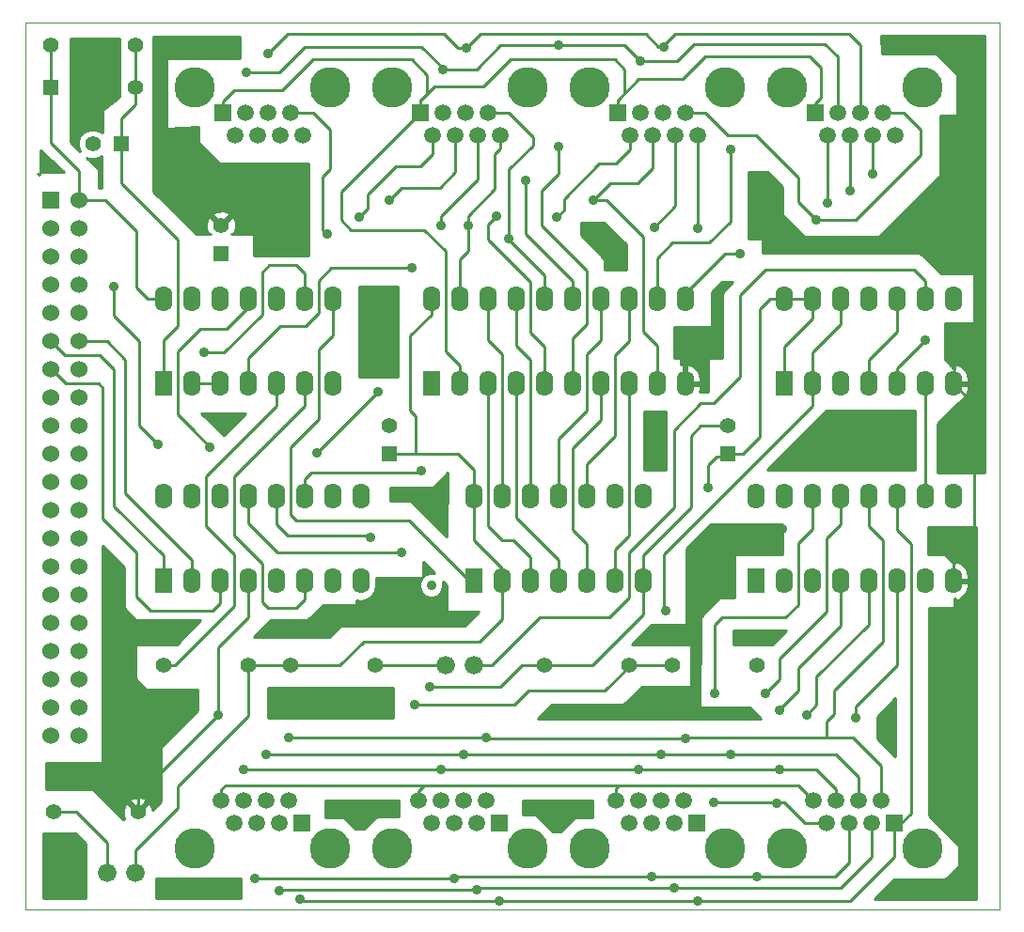
<source format=gbl>
G04 (created by PCBNEW (22-Jun-2014 BZR 4027)-stable) date Cts 25 Nis 2020 13:27:14 +03*
%MOIN*%
G04 Gerber Fmt 3.4, Leading zero omitted, Abs format*
%FSLAX34Y34*%
G01*
G70*
G90*
G04 APERTURE LIST*
%ADD10C,0.00590551*%
%ADD11C,0.00393701*%
%ADD12C,0.055*%
%ADD13R,0.06X0.06*%
%ADD14C,0.06*%
%ADD15R,0.062X0.09*%
%ADD16O,0.062X0.09*%
%ADD17R,0.055X0.055*%
%ADD18C,0.066*%
%ADD19C,0.1437*%
%ADD20R,0.0591X0.0591*%
%ADD21C,0.0591*%
%ADD22C,0.035*%
%ADD23C,0.01*%
G04 APERTURE END LIST*
G54D10*
G54D11*
X7600Y-5200D02*
X7700Y-5200D01*
X7600Y-36650D02*
X7600Y-5200D01*
X42150Y-36650D02*
X7600Y-36650D01*
X42150Y-5200D02*
X42150Y-36650D01*
X7650Y-5200D02*
X42150Y-5200D01*
G54D12*
X8500Y-6000D03*
X11500Y-6000D03*
X29000Y-28000D03*
X26000Y-28000D03*
X33550Y-28000D03*
X30550Y-28000D03*
X17000Y-28000D03*
X20000Y-28000D03*
X8600Y-33200D03*
X11600Y-33200D03*
X15500Y-28000D03*
X12500Y-28000D03*
G54D13*
X8500Y-11500D03*
G54D14*
X9500Y-11500D03*
X8500Y-16500D03*
X9500Y-12500D03*
X8500Y-17500D03*
X9500Y-13500D03*
X8500Y-18500D03*
X9500Y-14500D03*
X8500Y-19500D03*
X9500Y-15500D03*
X8500Y-20500D03*
X9500Y-16500D03*
X8500Y-21500D03*
X9500Y-17500D03*
X8500Y-22500D03*
X9500Y-18500D03*
X8500Y-23500D03*
X9500Y-19500D03*
X8500Y-24500D03*
X9500Y-20500D03*
X8500Y-25500D03*
X9500Y-21500D03*
X8500Y-26500D03*
X9500Y-22500D03*
X9500Y-23500D03*
X8500Y-27500D03*
X9500Y-24500D03*
X9500Y-26500D03*
X9500Y-27500D03*
X9500Y-28500D03*
X9500Y-29500D03*
X8500Y-28500D03*
X8500Y-29500D03*
X8500Y-12500D03*
X8500Y-13500D03*
X8500Y-14500D03*
X8500Y-15500D03*
X8500Y-30500D03*
X9500Y-30500D03*
X9500Y-25500D03*
G54D15*
X22000Y-18000D03*
G54D16*
X23000Y-18000D03*
X24000Y-18000D03*
X25000Y-18000D03*
X26000Y-18000D03*
X27000Y-18000D03*
X28000Y-18000D03*
X29000Y-18000D03*
X30000Y-18000D03*
X31000Y-18000D03*
X31000Y-15000D03*
X30000Y-15000D03*
X29000Y-15000D03*
X28000Y-15000D03*
X27000Y-15000D03*
X26000Y-15000D03*
X25000Y-15000D03*
X24000Y-15000D03*
X23000Y-15000D03*
X22000Y-15000D03*
G54D15*
X33500Y-25000D03*
G54D16*
X34500Y-25000D03*
X35500Y-25000D03*
X36500Y-25000D03*
X37500Y-25000D03*
X38500Y-25000D03*
X39500Y-25000D03*
X40500Y-25000D03*
X40500Y-22000D03*
X39500Y-22000D03*
X38500Y-22000D03*
X37500Y-22000D03*
X36500Y-22000D03*
X35500Y-22000D03*
X34500Y-22000D03*
X33500Y-22000D03*
G54D15*
X12500Y-25000D03*
G54D16*
X13500Y-25000D03*
X14500Y-25000D03*
X15500Y-25000D03*
X16500Y-25000D03*
X17500Y-25000D03*
X18500Y-25000D03*
X19500Y-25000D03*
X19500Y-22000D03*
X18500Y-22000D03*
X17500Y-22000D03*
X16500Y-22000D03*
X15500Y-22000D03*
X14500Y-22000D03*
X13500Y-22000D03*
X12500Y-22000D03*
G54D15*
X34500Y-18000D03*
G54D16*
X35500Y-18000D03*
X36500Y-18000D03*
X37500Y-18000D03*
X38500Y-18000D03*
X39500Y-18000D03*
X40500Y-18000D03*
X40500Y-15000D03*
X39500Y-15000D03*
X38500Y-15000D03*
X37500Y-15000D03*
X36500Y-15000D03*
X35500Y-15000D03*
X34500Y-15000D03*
G54D15*
X23500Y-25000D03*
G54D16*
X24500Y-25000D03*
X25500Y-25000D03*
X26500Y-25000D03*
X27500Y-25000D03*
X28500Y-25000D03*
X29500Y-25000D03*
X29500Y-22000D03*
X28500Y-22000D03*
X27500Y-22000D03*
X26500Y-22000D03*
X25500Y-22000D03*
X24500Y-22000D03*
X23500Y-22000D03*
G54D15*
X12500Y-18000D03*
G54D16*
X13500Y-18000D03*
X14500Y-18000D03*
X15500Y-18000D03*
X16500Y-18000D03*
X17500Y-18000D03*
X18500Y-18000D03*
X18500Y-15000D03*
X17500Y-15000D03*
X16500Y-15000D03*
X15500Y-15000D03*
X14500Y-15000D03*
X13500Y-15000D03*
X12500Y-15000D03*
G54D17*
X8500Y-7500D03*
G54D12*
X11500Y-7500D03*
G54D18*
X11500Y-35350D03*
X10500Y-35350D03*
X22500Y-28000D03*
X23500Y-28000D03*
G54D17*
X11000Y-9500D03*
G54D12*
X10000Y-9500D03*
G54D17*
X20500Y-20500D03*
G54D12*
X20500Y-19500D03*
G54D17*
X32500Y-20500D03*
G54D12*
X32500Y-19500D03*
G54D19*
X34600Y-7500D03*
X39400Y-7500D03*
G54D20*
X35600Y-8400D03*
G54D21*
X36050Y-9200D03*
X36400Y-8400D03*
X36850Y-9200D03*
X37200Y-8400D03*
X37650Y-9200D03*
X38000Y-8400D03*
X38450Y-9200D03*
G54D19*
X27600Y-7500D03*
X32400Y-7500D03*
G54D20*
X28600Y-8400D03*
G54D21*
X29050Y-9200D03*
X29400Y-8400D03*
X29850Y-9200D03*
X30200Y-8400D03*
X30650Y-9200D03*
X31000Y-8400D03*
X31450Y-9200D03*
G54D19*
X20600Y-7500D03*
X25400Y-7500D03*
G54D20*
X21600Y-8400D03*
G54D21*
X22050Y-9200D03*
X22400Y-8400D03*
X22850Y-9200D03*
X23200Y-8400D03*
X23650Y-9200D03*
X24000Y-8400D03*
X24450Y-9200D03*
G54D19*
X13600Y-7500D03*
X18400Y-7500D03*
G54D20*
X14600Y-8400D03*
G54D21*
X15050Y-9200D03*
X15400Y-8400D03*
X15850Y-9200D03*
X16200Y-8400D03*
X16650Y-9200D03*
X17000Y-8400D03*
X17450Y-9200D03*
G54D19*
X39400Y-34500D03*
X34600Y-34500D03*
G54D20*
X38400Y-33600D03*
G54D21*
X37950Y-32800D03*
X37600Y-33600D03*
X37150Y-32800D03*
X36800Y-33600D03*
X36350Y-32800D03*
X36000Y-33600D03*
X35550Y-32800D03*
G54D19*
X32400Y-34500D03*
X27600Y-34500D03*
G54D20*
X31400Y-33600D03*
G54D21*
X30950Y-32800D03*
X30600Y-33600D03*
X30150Y-32800D03*
X29800Y-33600D03*
X29350Y-32800D03*
X29000Y-33600D03*
X28550Y-32800D03*
G54D19*
X25400Y-34500D03*
X20600Y-34500D03*
G54D20*
X24400Y-33600D03*
G54D21*
X23950Y-32800D03*
X23600Y-33600D03*
X23150Y-32800D03*
X22800Y-33600D03*
X22350Y-32800D03*
X22000Y-33600D03*
X21550Y-32800D03*
G54D19*
X18400Y-34500D03*
X13600Y-34500D03*
G54D20*
X17400Y-33600D03*
G54D21*
X16950Y-32800D03*
X16600Y-33600D03*
X16150Y-32800D03*
X15800Y-33600D03*
X15350Y-32800D03*
X15000Y-33600D03*
X14550Y-32800D03*
G54D17*
X14550Y-13400D03*
G54D12*
X14550Y-12400D03*
G54D22*
X22000Y-25150D03*
X24300Y-12050D03*
X19450Y-12100D03*
X26450Y-12100D03*
X36050Y-11600D03*
X26500Y-6000D03*
X26500Y-9600D03*
X15450Y-6950D03*
X22400Y-6850D03*
X29400Y-6550D03*
X20500Y-11500D03*
X27750Y-11500D03*
X36850Y-11150D03*
X32600Y-9700D03*
X16200Y-6300D03*
X23250Y-6100D03*
X30250Y-6050D03*
X25350Y-10800D03*
X29900Y-12450D03*
X22350Y-12400D03*
X37650Y-10550D03*
X35650Y-12200D03*
X24750Y-12850D03*
X18300Y-12700D03*
X23300Y-12400D03*
X31450Y-12500D03*
X17350Y-36300D03*
X24400Y-36350D03*
X31450Y-36350D03*
X16950Y-30550D03*
X23950Y-30550D03*
X31000Y-30600D03*
X16600Y-36000D03*
X23600Y-35950D03*
X33850Y-29000D03*
X30600Y-35900D03*
X16150Y-31150D03*
X23150Y-31150D03*
X32600Y-31150D03*
X32050Y-29000D03*
X30150Y-31150D03*
X15750Y-35550D03*
X22800Y-35550D03*
X33550Y-35500D03*
X29800Y-35500D03*
X15350Y-31700D03*
X22350Y-31700D03*
X34350Y-31700D03*
X34350Y-29600D03*
X29350Y-31700D03*
X34250Y-32900D03*
X35300Y-29750D03*
X32000Y-32850D03*
X37050Y-29850D03*
X14450Y-29750D03*
X34450Y-23150D03*
X31700Y-24750D03*
X10750Y-14550D03*
X12300Y-20150D03*
X21950Y-28750D03*
X21400Y-29400D03*
X20950Y-24000D03*
X19850Y-23450D03*
X17950Y-20450D03*
X20100Y-18300D03*
X21650Y-21100D03*
X14150Y-20250D03*
X13950Y-16900D03*
X39500Y-16450D03*
X32950Y-13400D03*
X30300Y-26050D03*
X21300Y-13900D03*
X31800Y-21700D03*
G54D23*
X23000Y-18000D02*
X23000Y-17350D01*
X18800Y-11200D02*
X21600Y-8400D01*
X18800Y-12200D02*
X18800Y-11200D01*
X19150Y-12550D02*
X18800Y-12200D01*
X21750Y-12550D02*
X19150Y-12550D01*
X22500Y-13300D02*
X21750Y-12550D01*
X22500Y-16850D02*
X22500Y-13300D01*
X23000Y-17350D02*
X22500Y-16850D01*
X21600Y-7950D02*
X21850Y-7700D01*
X14600Y-8000D02*
X14600Y-8400D01*
X15000Y-7600D02*
X14600Y-8000D01*
X16700Y-7600D02*
X15000Y-7600D01*
X17800Y-6500D02*
X16700Y-7600D01*
X21300Y-6500D02*
X17800Y-6500D01*
X21850Y-7050D02*
X21300Y-6500D01*
X21850Y-7700D02*
X21850Y-7050D01*
X28600Y-7950D02*
X28850Y-7700D01*
X21600Y-7950D02*
X21600Y-8400D01*
X22100Y-7450D02*
X21600Y-7950D01*
X23850Y-7450D02*
X22100Y-7450D01*
X24800Y-6500D02*
X23850Y-7450D01*
X28500Y-6500D02*
X24800Y-6500D01*
X28850Y-6850D02*
X28500Y-6500D01*
X28850Y-7700D02*
X28850Y-6850D01*
X35600Y-8400D02*
X35600Y-8050D01*
X28600Y-7950D02*
X28600Y-8400D01*
X29350Y-7200D02*
X28600Y-7950D01*
X30900Y-7200D02*
X29350Y-7200D01*
X31700Y-6400D02*
X30900Y-7200D01*
X35400Y-6400D02*
X31700Y-6400D01*
X35800Y-6800D02*
X35400Y-6400D01*
X35800Y-7850D02*
X35800Y-6800D01*
X35600Y-8050D02*
X35800Y-7850D01*
X26000Y-18000D02*
X26000Y-16700D01*
X24000Y-12350D02*
X24300Y-12050D01*
X24000Y-12900D02*
X24000Y-12350D01*
X24600Y-13500D02*
X24000Y-12900D01*
X25500Y-14400D02*
X24600Y-13500D01*
X25500Y-16200D02*
X25500Y-14400D01*
X26000Y-16700D02*
X25500Y-16200D01*
X26500Y-12150D02*
X26450Y-12100D01*
X22050Y-9850D02*
X22050Y-9200D01*
X21600Y-10300D02*
X22050Y-9850D01*
X20750Y-10300D02*
X21600Y-10300D01*
X19750Y-11300D02*
X20750Y-10300D01*
X19750Y-11800D02*
X19750Y-11300D01*
X19450Y-12100D02*
X19750Y-11800D01*
X29050Y-9700D02*
X29050Y-9200D01*
X28550Y-10200D02*
X29050Y-9700D01*
X27950Y-10200D02*
X28550Y-10200D01*
X26700Y-11450D02*
X27950Y-10200D01*
X26700Y-11850D02*
X26700Y-11450D01*
X26450Y-12100D02*
X26700Y-11850D01*
X36050Y-11600D02*
X36050Y-9200D01*
X27000Y-18000D02*
X27000Y-16400D01*
X27500Y-14000D02*
X25900Y-12400D01*
X27500Y-15900D02*
X27500Y-14000D01*
X27000Y-16400D02*
X27500Y-15900D01*
X26500Y-9600D02*
X26500Y-10550D01*
X26500Y-10550D02*
X25900Y-11150D01*
X25900Y-11150D02*
X25900Y-12400D01*
X22400Y-6850D02*
X22400Y-6800D01*
X16600Y-6950D02*
X15450Y-6950D01*
X17500Y-6050D02*
X16600Y-6950D01*
X21650Y-6050D02*
X17500Y-6050D01*
X22400Y-6800D02*
X21650Y-6050D01*
X29400Y-6550D02*
X28850Y-6000D01*
X23600Y-6850D02*
X22400Y-6850D01*
X24450Y-6000D02*
X23600Y-6850D01*
X28850Y-6000D02*
X26500Y-6000D01*
X26500Y-6000D02*
X24450Y-6000D01*
X36400Y-8400D02*
X36400Y-6400D01*
X30700Y-6550D02*
X29400Y-6550D01*
X31300Y-5950D02*
X30700Y-6550D01*
X35950Y-5950D02*
X31300Y-5950D01*
X36400Y-6400D02*
X35950Y-5950D01*
X30000Y-18000D02*
X30000Y-16650D01*
X28200Y-11500D02*
X27750Y-11500D01*
X29500Y-12800D02*
X28200Y-11500D01*
X29500Y-16150D02*
X29500Y-12800D01*
X30000Y-16650D02*
X29500Y-16150D01*
X22850Y-10500D02*
X22850Y-9200D01*
X22300Y-11050D02*
X22850Y-10500D01*
X20950Y-11050D02*
X22300Y-11050D01*
X20500Y-11500D02*
X20950Y-11050D01*
X29850Y-10350D02*
X29850Y-9200D01*
X29300Y-10900D02*
X29850Y-10350D01*
X28350Y-10900D02*
X29300Y-10900D01*
X27750Y-11500D02*
X28350Y-10900D01*
X36850Y-11150D02*
X36850Y-9200D01*
X30000Y-15000D02*
X30000Y-13550D01*
X32600Y-12250D02*
X32600Y-9700D01*
X31850Y-13000D02*
X32600Y-12250D01*
X30550Y-13000D02*
X31850Y-13000D01*
X30000Y-13550D02*
X30550Y-13000D01*
X23250Y-6100D02*
X22950Y-6100D01*
X16900Y-5600D02*
X16200Y-6300D01*
X22450Y-5600D02*
X16900Y-5600D01*
X22950Y-6100D02*
X22450Y-5600D01*
X30250Y-6050D02*
X30050Y-6050D01*
X23750Y-5600D02*
X23250Y-6100D01*
X29600Y-5600D02*
X23750Y-5600D01*
X30050Y-6050D02*
X29600Y-5600D01*
X37200Y-8400D02*
X37200Y-6000D01*
X30250Y-6000D02*
X30250Y-6050D01*
X30650Y-5600D02*
X30250Y-6000D01*
X36800Y-5600D02*
X30650Y-5600D01*
X37200Y-6000D02*
X36800Y-5600D01*
X27000Y-15000D02*
X27000Y-14350D01*
X25350Y-12700D02*
X25350Y-10800D01*
X27000Y-14350D02*
X25350Y-12700D01*
X29900Y-12450D02*
X30650Y-11700D01*
X30650Y-11700D02*
X30650Y-9200D01*
X23650Y-10750D02*
X23650Y-9200D01*
X22350Y-12050D02*
X23650Y-10750D01*
X22350Y-12400D02*
X22350Y-12050D01*
X37650Y-10550D02*
X37650Y-9200D01*
X26000Y-15000D02*
X26000Y-14150D01*
X24750Y-12900D02*
X24750Y-12850D01*
X26000Y-14150D02*
X24750Y-12900D01*
X17000Y-8400D02*
X17800Y-8400D01*
X24750Y-8400D02*
X24000Y-8400D01*
X25600Y-9250D02*
X24750Y-8400D01*
X25600Y-9550D02*
X25600Y-9250D01*
X24750Y-10400D02*
X25600Y-9550D01*
X24750Y-12400D02*
X24750Y-10400D01*
X24750Y-12850D02*
X24750Y-12400D01*
X18150Y-12550D02*
X18300Y-12700D01*
X18150Y-10650D02*
X18150Y-12550D01*
X18400Y-10400D02*
X18150Y-10650D01*
X18400Y-9000D02*
X18400Y-10400D01*
X17800Y-8400D02*
X18400Y-9000D01*
X31000Y-8400D02*
X31700Y-8400D01*
X31700Y-8400D02*
X32500Y-9200D01*
X32500Y-9200D02*
X33500Y-9200D01*
X33500Y-9200D02*
X35000Y-10700D01*
X35000Y-10700D02*
X35000Y-11550D01*
X35000Y-11550D02*
X35650Y-12200D01*
X38750Y-8400D02*
X38000Y-8400D01*
X35650Y-12200D02*
X37050Y-12200D01*
X37050Y-12200D02*
X39350Y-9900D01*
X39350Y-9900D02*
X39350Y-9000D01*
X39350Y-9000D02*
X38750Y-8400D01*
X23300Y-12400D02*
X23300Y-12050D01*
X24450Y-9650D02*
X24450Y-9200D01*
X24250Y-9850D02*
X24450Y-9650D01*
X24250Y-11100D02*
X24250Y-9850D01*
X23300Y-12050D02*
X24250Y-11100D01*
X23000Y-15000D02*
X23000Y-13600D01*
X23300Y-13300D02*
X23300Y-12400D01*
X23000Y-13600D02*
X23300Y-13300D01*
X31450Y-12500D02*
X31450Y-9200D01*
X24400Y-36350D02*
X17400Y-36350D01*
X17400Y-36350D02*
X17350Y-36300D01*
X31450Y-36350D02*
X24400Y-36350D01*
X38400Y-33600D02*
X38400Y-34800D01*
X36850Y-36350D02*
X31450Y-36350D01*
X38400Y-34800D02*
X36850Y-36350D01*
X38400Y-33600D02*
X38650Y-33600D01*
X38500Y-23200D02*
X38500Y-22000D01*
X39000Y-23700D02*
X38500Y-23200D01*
X39000Y-33250D02*
X39000Y-23700D01*
X38650Y-33600D02*
X39000Y-33250D01*
X23950Y-30550D02*
X16950Y-30550D01*
X31000Y-30600D02*
X24000Y-30600D01*
X24000Y-30600D02*
X23950Y-30550D01*
X36000Y-30550D02*
X36000Y-30000D01*
X37500Y-23050D02*
X38000Y-23550D01*
X38000Y-23550D02*
X38000Y-26700D01*
X38000Y-26700D02*
X38000Y-27150D01*
X38000Y-27150D02*
X36275Y-28875D01*
X37500Y-23050D02*
X37500Y-22000D01*
X36271Y-29708D02*
X36275Y-28875D01*
X36000Y-30000D02*
X36271Y-29708D01*
X37950Y-31550D02*
X37950Y-32800D01*
X36950Y-30550D02*
X37950Y-31550D01*
X31050Y-30550D02*
X36000Y-30550D01*
X36000Y-30550D02*
X36950Y-30550D01*
X31000Y-30600D02*
X31050Y-30550D01*
X23600Y-35950D02*
X16650Y-35950D01*
X16650Y-35950D02*
X16600Y-36000D01*
X30600Y-35900D02*
X23650Y-35900D01*
X23650Y-35900D02*
X23600Y-35950D01*
X36500Y-22000D02*
X36500Y-23000D01*
X34350Y-28500D02*
X33850Y-29000D01*
X34350Y-27750D02*
X34350Y-28500D01*
X36000Y-26100D02*
X34350Y-27750D01*
X36000Y-23500D02*
X36000Y-26100D01*
X36500Y-23000D02*
X36000Y-23500D01*
X37600Y-33600D02*
X37600Y-34800D01*
X36500Y-35900D02*
X30600Y-35900D01*
X37600Y-34800D02*
X36500Y-35900D01*
X23150Y-31150D02*
X16150Y-31150D01*
X30150Y-31150D02*
X23150Y-31150D01*
X35500Y-22000D02*
X35500Y-23150D01*
X32600Y-31150D02*
X32350Y-31150D01*
X32050Y-26550D02*
X32050Y-29000D01*
X32300Y-26300D02*
X32050Y-26550D01*
X34550Y-26300D02*
X32300Y-26300D01*
X35000Y-25850D02*
X34550Y-26300D01*
X35000Y-23650D02*
X35000Y-25850D01*
X35500Y-23150D02*
X35000Y-23650D01*
X37150Y-31950D02*
X37150Y-32800D01*
X36350Y-31150D02*
X37150Y-31950D01*
X30150Y-31150D02*
X32350Y-31150D01*
X32350Y-31150D02*
X36350Y-31150D01*
X22800Y-35550D02*
X15750Y-35550D01*
X29800Y-35500D02*
X22850Y-35500D01*
X22850Y-35500D02*
X22800Y-35550D01*
X33700Y-35500D02*
X33550Y-35500D01*
X36800Y-33600D02*
X36800Y-35000D01*
X36300Y-35500D02*
X33700Y-35500D01*
X33700Y-35500D02*
X29800Y-35500D01*
X36800Y-35000D02*
X36300Y-35500D01*
X22350Y-31700D02*
X15350Y-31700D01*
X29350Y-31700D02*
X22350Y-31700D01*
X36500Y-25000D02*
X36500Y-26600D01*
X34550Y-31700D02*
X34600Y-31700D01*
X34350Y-31700D02*
X34550Y-31700D01*
X34350Y-29550D02*
X34350Y-29600D01*
X35000Y-28900D02*
X34350Y-29550D01*
X35000Y-28100D02*
X35000Y-28900D01*
X36500Y-26600D02*
X35000Y-28100D01*
X36350Y-32400D02*
X36350Y-32800D01*
X35650Y-31700D02*
X36350Y-32400D01*
X29350Y-31700D02*
X34600Y-31700D01*
X34600Y-31700D02*
X35650Y-31700D01*
X37500Y-25000D02*
X37500Y-26550D01*
X34350Y-32900D02*
X34350Y-32850D01*
X34250Y-32900D02*
X34300Y-32900D01*
X35650Y-29400D02*
X35300Y-29750D01*
X35650Y-28400D02*
X35650Y-29400D01*
X37500Y-26550D02*
X35650Y-28400D01*
X36000Y-33600D02*
X35250Y-33600D01*
X34500Y-32850D02*
X34300Y-32850D01*
X34300Y-32850D02*
X32000Y-32850D01*
X35250Y-33600D02*
X34500Y-32850D01*
X21750Y-32250D02*
X14700Y-32250D01*
X14550Y-32400D02*
X14550Y-32800D01*
X14700Y-32250D02*
X14550Y-32400D01*
X28650Y-32250D02*
X21750Y-32250D01*
X21550Y-32450D02*
X21550Y-32800D01*
X21750Y-32250D02*
X21550Y-32450D01*
X38500Y-25000D02*
X38500Y-26800D01*
X37050Y-29450D02*
X37050Y-29850D01*
X38500Y-28000D02*
X37050Y-29450D01*
X38500Y-26800D02*
X38500Y-28000D01*
X28550Y-32800D02*
X28550Y-32350D01*
X35000Y-32250D02*
X35550Y-32800D01*
X28650Y-32250D02*
X35000Y-32250D01*
X28550Y-32350D02*
X28650Y-32250D01*
X33300Y-23150D02*
X34450Y-23150D01*
X31700Y-24750D02*
X33300Y-23150D01*
X10750Y-15600D02*
X10750Y-14550D01*
X11650Y-16500D02*
X10750Y-15600D01*
X11650Y-19500D02*
X11650Y-16500D01*
X12300Y-20150D02*
X11650Y-19500D01*
X15500Y-25000D02*
X15500Y-26300D01*
X11600Y-32600D02*
X11600Y-33200D01*
X14450Y-29750D02*
X14450Y-29750D01*
X14450Y-29750D02*
X11600Y-32600D01*
X14450Y-27350D02*
X14450Y-29750D01*
X15500Y-26300D02*
X14450Y-27350D01*
X26000Y-28000D02*
X27700Y-28000D01*
X29500Y-26200D02*
X29500Y-25000D01*
X27700Y-28000D02*
X29500Y-26200D01*
X29500Y-25000D02*
X29500Y-24100D01*
X31550Y-19500D02*
X32500Y-19500D01*
X31200Y-19850D02*
X31550Y-19500D01*
X31200Y-22400D02*
X31200Y-19850D01*
X29500Y-24100D02*
X31200Y-22400D01*
X26000Y-28000D02*
X25200Y-28000D01*
X24450Y-28750D02*
X21950Y-28750D01*
X25200Y-28000D02*
X24450Y-28750D01*
X40500Y-25000D02*
X40500Y-24050D01*
X40500Y-24050D02*
X41250Y-23300D01*
X41250Y-23300D02*
X41250Y-18750D01*
X41250Y-18750D02*
X40500Y-18000D01*
X29000Y-28000D02*
X29000Y-28050D01*
X24950Y-29400D02*
X21400Y-29400D01*
X25450Y-28900D02*
X24950Y-29400D01*
X28150Y-28900D02*
X25450Y-28900D01*
X29000Y-28050D02*
X28150Y-28900D01*
X29000Y-28000D02*
X30550Y-28000D01*
X30600Y-19700D02*
X30600Y-19650D01*
X24150Y-28000D02*
X25850Y-26300D01*
X25850Y-26300D02*
X28300Y-26300D01*
X28300Y-26300D02*
X29000Y-25600D01*
X29000Y-25600D02*
X29000Y-24000D01*
X29000Y-24000D02*
X30600Y-22400D01*
X30600Y-22400D02*
X30600Y-19700D01*
X23500Y-28000D02*
X24150Y-28000D01*
X39500Y-14350D02*
X39500Y-15000D01*
X39100Y-13950D02*
X39500Y-14350D01*
X33850Y-13950D02*
X39100Y-13950D01*
X32950Y-14850D02*
X33850Y-13950D01*
X32950Y-17750D02*
X32950Y-14850D01*
X32000Y-18700D02*
X32950Y-17750D01*
X31550Y-18700D02*
X32000Y-18700D01*
X30600Y-19650D02*
X31550Y-18700D01*
X15500Y-22950D02*
X15500Y-22000D01*
X16550Y-24000D02*
X15500Y-22950D01*
X20950Y-24000D02*
X16550Y-24000D01*
X16500Y-23000D02*
X16500Y-22000D01*
X16900Y-23400D02*
X16500Y-23000D01*
X19800Y-23400D02*
X16900Y-23400D01*
X19850Y-23450D02*
X19800Y-23400D01*
X20100Y-18300D02*
X17950Y-20450D01*
X19950Y-21150D02*
X17750Y-21150D01*
X19950Y-21150D02*
X21600Y-21150D01*
X21600Y-21150D02*
X21650Y-21100D01*
X17500Y-21400D02*
X17500Y-22000D01*
X17750Y-21150D02*
X17500Y-21400D01*
X15500Y-15000D02*
X15500Y-15300D01*
X13000Y-19100D02*
X13500Y-19600D01*
X13000Y-16850D02*
X13000Y-19100D01*
X13800Y-16050D02*
X13000Y-16850D01*
X14750Y-16050D02*
X13800Y-16050D01*
X15500Y-15300D02*
X14750Y-16050D01*
X14150Y-20250D02*
X13500Y-19600D01*
X27500Y-25000D02*
X27500Y-23700D01*
X28000Y-19300D02*
X28000Y-18000D01*
X27000Y-20300D02*
X28000Y-19300D01*
X27000Y-23200D02*
X27000Y-20300D01*
X27500Y-23700D02*
X27000Y-23200D01*
X29000Y-15000D02*
X29000Y-16500D01*
X27500Y-20850D02*
X27500Y-22000D01*
X28500Y-19850D02*
X27500Y-20850D01*
X28500Y-17000D02*
X28500Y-19850D01*
X29000Y-16500D02*
X28500Y-17000D01*
X28000Y-15000D02*
X28000Y-16450D01*
X26500Y-19950D02*
X26500Y-22000D01*
X27500Y-18950D02*
X26500Y-19950D01*
X27500Y-16950D02*
X27500Y-18950D01*
X28000Y-16450D02*
X27500Y-16950D01*
X24000Y-18000D02*
X24000Y-23050D01*
X25500Y-24150D02*
X25500Y-25000D01*
X24900Y-23550D02*
X25500Y-24150D01*
X24500Y-23550D02*
X24900Y-23550D01*
X24000Y-23050D02*
X24500Y-23550D01*
X25000Y-18000D02*
X25000Y-22750D01*
X26500Y-24250D02*
X26500Y-25000D01*
X25000Y-22750D02*
X26500Y-24250D01*
X16500Y-18000D02*
X16500Y-18800D01*
X14000Y-23050D02*
X15000Y-24050D01*
X14000Y-21300D02*
X14000Y-23050D01*
X15950Y-19350D02*
X14000Y-21300D01*
X16500Y-18800D02*
X15950Y-19350D01*
X12900Y-28000D02*
X12500Y-28000D01*
X15000Y-25900D02*
X12900Y-28000D01*
X15000Y-24100D02*
X15000Y-25900D01*
X17500Y-18000D02*
X17500Y-18800D01*
X17500Y-25650D02*
X17500Y-25000D01*
X17200Y-25950D02*
X17500Y-25650D01*
X16200Y-25950D02*
X17200Y-25950D01*
X16000Y-25750D02*
X16200Y-25950D01*
X16000Y-24400D02*
X16000Y-25750D01*
X15000Y-23400D02*
X16000Y-24400D01*
X15000Y-21300D02*
X15000Y-23400D01*
X17500Y-18800D02*
X15000Y-21300D01*
X8500Y-16500D02*
X9000Y-17000D01*
X12500Y-24100D02*
X12500Y-25000D01*
X10750Y-22350D02*
X12500Y-24100D01*
X10750Y-17500D02*
X10750Y-22350D01*
X10250Y-17000D02*
X10750Y-17500D01*
X9000Y-17000D02*
X10250Y-17000D01*
X13500Y-18000D02*
X14500Y-18000D01*
X8500Y-17500D02*
X8550Y-17500D01*
X14500Y-25800D02*
X14500Y-25000D01*
X14250Y-26050D02*
X14500Y-25800D01*
X12050Y-26050D02*
X14250Y-26050D01*
X11550Y-25550D02*
X12050Y-26050D01*
X11550Y-24000D02*
X11550Y-25550D01*
X10350Y-22800D02*
X11550Y-24000D01*
X10350Y-18150D02*
X10350Y-22800D01*
X10200Y-18000D02*
X10350Y-18150D01*
X9050Y-18000D02*
X10200Y-18000D01*
X8550Y-17500D02*
X9050Y-18000D01*
X9500Y-16500D02*
X10500Y-16500D01*
X13500Y-24250D02*
X13500Y-25000D01*
X11150Y-21900D02*
X13500Y-24250D01*
X11150Y-17150D02*
X11150Y-21900D01*
X10500Y-16500D02*
X11150Y-17150D01*
X24000Y-15000D02*
X24000Y-16450D01*
X24500Y-16950D02*
X24500Y-22000D01*
X24000Y-16450D02*
X24500Y-16950D01*
X25000Y-15000D02*
X25000Y-16650D01*
X25500Y-17150D02*
X25500Y-22000D01*
X25000Y-16650D02*
X25500Y-17150D01*
X28500Y-25000D02*
X28500Y-23900D01*
X29000Y-23400D02*
X29000Y-18000D01*
X28500Y-23900D02*
X29000Y-23400D01*
X17500Y-14100D02*
X17500Y-15000D01*
X17200Y-13800D02*
X17500Y-14100D01*
X16250Y-13800D02*
X17200Y-13800D01*
X16000Y-14050D02*
X16250Y-13800D01*
X16000Y-15550D02*
X16000Y-14050D01*
X14650Y-16900D02*
X16000Y-15550D01*
X13950Y-16900D02*
X14650Y-16900D01*
X38500Y-17450D02*
X38500Y-18000D01*
X39500Y-16450D02*
X38500Y-17450D01*
X32950Y-13400D02*
X32400Y-13400D01*
X31000Y-14800D02*
X31000Y-15000D01*
X32400Y-13400D02*
X31000Y-14800D01*
X18250Y-22850D02*
X17200Y-22850D01*
X18500Y-16300D02*
X18000Y-16800D01*
X18000Y-16800D02*
X18000Y-19250D01*
X18000Y-19250D02*
X17300Y-19950D01*
X18250Y-22850D02*
X21200Y-22850D01*
X21200Y-22850D02*
X23350Y-25000D01*
X23500Y-25000D02*
X23350Y-25000D01*
X18500Y-16300D02*
X18500Y-15000D01*
X17000Y-20250D02*
X17300Y-19950D01*
X17000Y-22650D02*
X17000Y-20250D01*
X17200Y-22850D02*
X17000Y-22650D01*
X35500Y-18000D02*
X35500Y-18800D01*
X30250Y-26000D02*
X30300Y-26050D01*
X30250Y-24050D02*
X30250Y-26000D01*
X35500Y-18800D02*
X30250Y-24050D01*
X35500Y-18000D02*
X35500Y-16900D01*
X36500Y-15900D02*
X36500Y-15000D01*
X35500Y-16900D02*
X36500Y-15900D01*
X10500Y-35350D02*
X10500Y-34300D01*
X9400Y-33200D02*
X8600Y-33200D01*
X10500Y-34300D02*
X9400Y-33200D01*
X11000Y-9500D02*
X11000Y-10900D01*
X12500Y-16450D02*
X12500Y-18000D01*
X13000Y-15950D02*
X12500Y-16450D01*
X13000Y-12900D02*
X13000Y-15950D01*
X11000Y-10900D02*
X13000Y-12900D01*
X11500Y-7500D02*
X11500Y-8100D01*
X11000Y-8600D02*
X11000Y-9500D01*
X11500Y-8100D02*
X11000Y-8600D01*
X11500Y-6000D02*
X11500Y-7500D01*
X20000Y-28000D02*
X22500Y-28000D01*
X15500Y-17100D02*
X16650Y-15950D01*
X16650Y-15950D02*
X17550Y-15950D01*
X17550Y-15950D02*
X18000Y-15500D01*
X18000Y-15500D02*
X18000Y-14350D01*
X18000Y-14350D02*
X18450Y-13900D01*
X18450Y-13900D02*
X21300Y-13900D01*
X15500Y-18000D02*
X15500Y-17100D01*
X37500Y-18000D02*
X37500Y-17150D01*
X38500Y-16150D02*
X38500Y-15000D01*
X37500Y-17150D02*
X38500Y-16150D01*
X39500Y-22000D02*
X39500Y-18000D01*
X34500Y-15000D02*
X35500Y-15000D01*
X34500Y-18000D02*
X34500Y-16700D01*
X34500Y-16700D02*
X35500Y-15700D01*
X35500Y-15700D02*
X35500Y-15000D01*
X24500Y-25000D02*
X24500Y-26350D01*
X18750Y-28000D02*
X19600Y-27150D01*
X19600Y-27150D02*
X23700Y-27150D01*
X23700Y-27150D02*
X24500Y-26350D01*
X18750Y-28000D02*
X17000Y-28000D01*
X23500Y-22000D02*
X23500Y-23550D01*
X24500Y-24550D02*
X24500Y-25000D01*
X23500Y-23550D02*
X24500Y-24550D01*
X32400Y-20600D02*
X32500Y-20500D01*
X32100Y-20600D02*
X32400Y-20600D01*
X31800Y-20900D02*
X32100Y-20600D01*
X31800Y-21700D02*
X31800Y-20900D01*
X32500Y-20500D02*
X33050Y-20500D01*
X33050Y-20500D02*
X33650Y-19900D01*
X33650Y-19900D02*
X33650Y-15350D01*
X33650Y-15350D02*
X34000Y-15000D01*
X34000Y-15000D02*
X34500Y-15000D01*
X21450Y-20500D02*
X21450Y-19150D01*
X22000Y-15550D02*
X22000Y-15000D01*
X21250Y-16300D02*
X22000Y-15550D01*
X21250Y-18950D02*
X21250Y-16300D01*
X21450Y-19150D02*
X21250Y-18950D01*
X23500Y-22000D02*
X23500Y-21050D01*
X22950Y-20500D02*
X21450Y-20500D01*
X21450Y-20500D02*
X20500Y-20500D01*
X23500Y-21050D02*
X22950Y-20500D01*
X15500Y-28000D02*
X17000Y-28000D01*
X11500Y-35350D02*
X11500Y-34550D01*
X15500Y-29800D02*
X15500Y-28000D01*
X13000Y-32300D02*
X15500Y-29800D01*
X13000Y-33050D02*
X13000Y-32300D01*
X11500Y-34550D02*
X13000Y-33050D01*
X12500Y-15000D02*
X11950Y-15000D01*
X10450Y-11500D02*
X9500Y-11500D01*
X11550Y-12600D02*
X10450Y-11500D01*
X11550Y-14600D02*
X11550Y-12600D01*
X11950Y-15000D02*
X11550Y-14600D01*
X8500Y-7500D02*
X8500Y-6000D01*
X9500Y-11500D02*
X9500Y-10450D01*
X8500Y-9450D02*
X8500Y-7500D01*
X9500Y-10450D02*
X8500Y-9450D01*
G54D10*
G36*
X8100Y-10600D02*
X8050Y-10550D01*
X8100Y-10550D01*
X8100Y-10600D01*
X8100Y-10600D01*
G37*
G54D23*
X8100Y-10600D02*
X8050Y-10550D01*
X8100Y-10550D01*
X8100Y-10600D01*
G54D10*
G36*
X8974Y-10500D02*
X8150Y-10500D01*
X8150Y-9716D01*
X8974Y-10500D01*
X8974Y-10500D01*
G37*
G54D23*
X8974Y-10500D02*
X8150Y-10500D01*
X8150Y-9716D01*
X8974Y-10500D01*
G54D10*
G36*
X10321Y-9921D02*
X10300Y-11050D01*
X10200Y-11050D01*
X10200Y-10378D01*
X9775Y-9975D01*
X9895Y-10024D01*
X10103Y-10025D01*
X10297Y-9945D01*
X10321Y-9921D01*
X10321Y-9921D01*
G37*
G54D23*
X10321Y-9921D02*
X10300Y-11050D01*
X10200Y-11050D01*
X10200Y-10378D01*
X9775Y-9975D01*
X9895Y-10024D01*
X10103Y-10025D01*
X10297Y-9945D01*
X10321Y-9921D01*
G54D10*
G36*
X10950Y-7825D02*
X10350Y-8274D01*
X10335Y-9093D01*
X10297Y-9055D01*
X10104Y-8975D01*
X9896Y-8974D01*
X9703Y-9054D01*
X9555Y-9202D01*
X9475Y-9395D01*
X9474Y-9603D01*
X9533Y-9745D01*
X9200Y-9428D01*
X9200Y-5750D01*
X10950Y-5750D01*
X10950Y-7825D01*
X10950Y-7825D01*
G37*
G54D23*
X10950Y-7825D02*
X10350Y-8274D01*
X10335Y-9093D01*
X10297Y-9055D01*
X10104Y-8975D01*
X9896Y-8974D01*
X9703Y-9054D01*
X9555Y-9202D01*
X9475Y-9395D01*
X9474Y-9603D01*
X9533Y-9745D01*
X9200Y-9428D01*
X9200Y-5750D01*
X10950Y-5750D01*
X10950Y-7825D01*
G54D10*
G36*
X17650Y-13450D02*
X15700Y-13450D01*
X15700Y-12700D01*
X15079Y-12700D01*
X14920Y-12700D01*
X14917Y-12697D01*
X15010Y-12672D01*
X15079Y-12475D01*
X15068Y-12267D01*
X15010Y-12127D01*
X14917Y-12102D01*
X14847Y-12173D01*
X14847Y-12032D01*
X14822Y-11939D01*
X14625Y-11870D01*
X14417Y-11881D01*
X14277Y-11939D01*
X14252Y-12032D01*
X14550Y-12329D01*
X14847Y-12032D01*
X14847Y-12173D01*
X14620Y-12400D01*
X14626Y-12405D01*
X14555Y-12476D01*
X14550Y-12470D01*
X14544Y-12476D01*
X14479Y-12411D01*
X14473Y-12405D01*
X14479Y-12400D01*
X14182Y-12102D01*
X14089Y-12127D01*
X14020Y-12324D01*
X14031Y-12532D01*
X14089Y-12672D01*
X14182Y-12697D01*
X14179Y-12700D01*
X13670Y-12700D01*
X12150Y-11179D01*
X12150Y-5700D01*
X15200Y-5700D01*
X15200Y-6450D01*
X12600Y-6450D01*
X12600Y-8952D01*
X13750Y-8902D01*
X13750Y-9470D01*
X14479Y-10200D01*
X17650Y-10200D01*
X17650Y-13450D01*
X17650Y-13450D01*
G37*
G54D23*
X17650Y-13450D02*
X15700Y-13450D01*
X15700Y-12700D01*
X15079Y-12700D01*
X14920Y-12700D01*
X14917Y-12697D01*
X15010Y-12672D01*
X15079Y-12475D01*
X15068Y-12267D01*
X15010Y-12127D01*
X14917Y-12102D01*
X14847Y-12173D01*
X14847Y-12032D01*
X14822Y-11939D01*
X14625Y-11870D01*
X14417Y-11881D01*
X14277Y-11939D01*
X14252Y-12032D01*
X14550Y-12329D01*
X14847Y-12032D01*
X14847Y-12173D01*
X14620Y-12400D01*
X14626Y-12405D01*
X14555Y-12476D01*
X14550Y-12470D01*
X14544Y-12476D01*
X14479Y-12411D01*
X14473Y-12405D01*
X14479Y-12400D01*
X14182Y-12102D01*
X14089Y-12127D01*
X14020Y-12324D01*
X14031Y-12532D01*
X14089Y-12672D01*
X14182Y-12697D01*
X14179Y-12700D01*
X13670Y-12700D01*
X12150Y-11179D01*
X12150Y-5700D01*
X15200Y-5700D01*
X15200Y-6450D01*
X12600Y-6450D01*
X12600Y-8952D01*
X13750Y-8902D01*
X13750Y-9470D01*
X14479Y-10200D01*
X17650Y-10200D01*
X17650Y-13450D01*
G54D10*
G36*
X20800Y-17750D02*
X19450Y-17750D01*
X19450Y-14550D01*
X20800Y-14550D01*
X20800Y-17750D01*
X20800Y-17750D01*
G37*
G54D23*
X20800Y-17750D02*
X19450Y-17750D01*
X19450Y-14550D01*
X20800Y-14550D01*
X20800Y-17750D01*
G54D10*
G36*
X13829Y-26400D02*
X12979Y-27250D01*
X11500Y-27250D01*
X11500Y-28470D01*
X11879Y-28850D01*
X13700Y-28850D01*
X13700Y-29579D01*
X12400Y-30879D01*
X12400Y-32829D01*
X12120Y-33108D01*
X12118Y-33067D01*
X12060Y-32927D01*
X11967Y-32902D01*
X11897Y-32973D01*
X11897Y-32832D01*
X11872Y-32739D01*
X11675Y-32670D01*
X11467Y-32681D01*
X11327Y-32739D01*
X11302Y-32832D01*
X11600Y-33129D01*
X11897Y-32832D01*
X11897Y-32973D01*
X11670Y-33200D01*
X11676Y-33205D01*
X11605Y-33276D01*
X11600Y-33270D01*
X11594Y-33276D01*
X11523Y-33205D01*
X11529Y-33200D01*
X11232Y-32902D01*
X11139Y-32927D01*
X11070Y-33124D01*
X11081Y-33332D01*
X11130Y-33450D01*
X11070Y-33450D01*
X10020Y-32400D01*
X8350Y-32400D01*
X8350Y-31450D01*
X10350Y-31450D01*
X10350Y-23770D01*
X11100Y-24520D01*
X11100Y-25970D01*
X11529Y-26400D01*
X13829Y-26400D01*
X13829Y-26400D01*
G37*
G54D23*
X13829Y-26400D02*
X12979Y-27250D01*
X11500Y-27250D01*
X11500Y-28470D01*
X11879Y-28850D01*
X13700Y-28850D01*
X13700Y-29579D01*
X12400Y-30879D01*
X12400Y-32829D01*
X12120Y-33108D01*
X12118Y-33067D01*
X12060Y-32927D01*
X11967Y-32902D01*
X11897Y-32973D01*
X11897Y-32832D01*
X11872Y-32739D01*
X11675Y-32670D01*
X11467Y-32681D01*
X11327Y-32739D01*
X11302Y-32832D01*
X11600Y-33129D01*
X11897Y-32832D01*
X11897Y-32973D01*
X11670Y-33200D01*
X11676Y-33205D01*
X11605Y-33276D01*
X11600Y-33270D01*
X11594Y-33276D01*
X11523Y-33205D01*
X11529Y-33200D01*
X11232Y-32902D01*
X11139Y-32927D01*
X11070Y-33124D01*
X11081Y-33332D01*
X11130Y-33450D01*
X11070Y-33450D01*
X10020Y-32400D01*
X8350Y-32400D01*
X8350Y-31450D01*
X10350Y-31450D01*
X10350Y-23770D01*
X11100Y-24520D01*
X11100Y-25970D01*
X11529Y-26400D01*
X13829Y-26400D01*
G54D10*
G36*
X9750Y-36250D02*
X8250Y-36250D01*
X8250Y-33950D01*
X9379Y-33950D01*
X9750Y-34320D01*
X9750Y-36250D01*
X9750Y-36250D01*
G37*
G54D23*
X9750Y-36250D02*
X8250Y-36250D01*
X8250Y-33950D01*
X9379Y-33950D01*
X9750Y-34320D01*
X9750Y-36250D01*
G54D10*
G36*
X15250Y-36250D02*
X12250Y-36250D01*
X12250Y-35550D01*
X15250Y-35550D01*
X15250Y-36250D01*
X15250Y-36250D01*
G37*
G54D23*
X15250Y-36250D02*
X12250Y-36250D01*
X12250Y-35550D01*
X15250Y-35550D01*
X15250Y-36250D01*
G54D10*
G36*
X20650Y-29850D02*
X16200Y-29850D01*
X16200Y-28800D01*
X20650Y-28800D01*
X20650Y-29850D01*
X20650Y-29850D01*
G37*
G54D23*
X20650Y-29850D02*
X16200Y-29850D01*
X16200Y-28800D01*
X20650Y-28800D01*
X20650Y-29850D01*
G54D10*
G36*
X22118Y-24738D02*
X22084Y-24725D01*
X21915Y-24724D01*
X21759Y-24789D01*
X21700Y-24848D01*
X21700Y-24320D01*
X22118Y-24738D01*
X22118Y-24738D01*
G37*
G54D23*
X22118Y-24738D02*
X22084Y-24725D01*
X21915Y-24724D01*
X21759Y-24789D01*
X21700Y-24848D01*
X21700Y-24320D01*
X22118Y-24738D01*
G54D10*
G36*
X23679Y-26100D02*
X23179Y-26600D01*
X18779Y-26600D01*
X18379Y-27000D01*
X15720Y-27000D01*
X16320Y-26400D01*
X17620Y-26400D01*
X18170Y-25850D01*
X19350Y-25850D01*
X19350Y-25683D01*
X19500Y-25713D01*
X19714Y-25671D01*
X19895Y-25549D01*
X20017Y-25368D01*
X20060Y-25153D01*
X20060Y-24900D01*
X21648Y-24900D01*
X21639Y-24908D01*
X21575Y-25065D01*
X21574Y-25234D01*
X21639Y-25390D01*
X21758Y-25510D01*
X21915Y-25574D01*
X22084Y-25575D01*
X22240Y-25510D01*
X22360Y-25391D01*
X22424Y-25234D01*
X22425Y-25065D01*
X22410Y-25031D01*
X22550Y-25170D01*
X22550Y-26100D01*
X23679Y-26100D01*
X23679Y-26100D01*
G37*
G54D23*
X23679Y-26100D02*
X23179Y-26600D01*
X18779Y-26600D01*
X18379Y-27000D01*
X15720Y-27000D01*
X16320Y-26400D01*
X17620Y-26400D01*
X18170Y-25850D01*
X19350Y-25850D01*
X19350Y-25683D01*
X19500Y-25713D01*
X19714Y-25671D01*
X19895Y-25549D01*
X20017Y-25368D01*
X20060Y-25153D01*
X20060Y-24900D01*
X21648Y-24900D01*
X21639Y-24908D01*
X21575Y-25065D01*
X21574Y-25234D01*
X21639Y-25390D01*
X21758Y-25510D01*
X21915Y-25574D01*
X22084Y-25575D01*
X22240Y-25510D01*
X22360Y-25391D01*
X22424Y-25234D01*
X22425Y-25065D01*
X22410Y-25031D01*
X22550Y-25170D01*
X22550Y-26100D01*
X23679Y-26100D01*
G54D10*
G36*
X34450Y-24050D02*
X32750Y-24050D01*
X32750Y-25600D01*
X32229Y-25600D01*
X31550Y-26279D01*
X31550Y-27299D01*
X31500Y-28699D01*
X31500Y-29500D01*
X33279Y-29500D01*
X33679Y-29900D01*
X25770Y-29900D01*
X26270Y-29400D01*
X28820Y-29400D01*
X29470Y-28750D01*
X31200Y-28750D01*
X31200Y-27250D01*
X29120Y-27250D01*
X29820Y-26550D01*
X31050Y-26550D01*
X31050Y-23870D01*
X31920Y-23000D01*
X34450Y-23000D01*
X34450Y-24050D01*
X34450Y-24050D01*
G37*
G54D23*
X34450Y-24050D02*
X32750Y-24050D01*
X32750Y-25600D01*
X32229Y-25600D01*
X31550Y-26279D01*
X31550Y-27299D01*
X31500Y-28699D01*
X31500Y-29500D01*
X33279Y-29500D01*
X33679Y-29900D01*
X25770Y-29900D01*
X26270Y-29400D01*
X28820Y-29400D01*
X29470Y-28750D01*
X31200Y-28750D01*
X31200Y-27250D01*
X29120Y-27250D01*
X29820Y-26550D01*
X31050Y-26550D01*
X31050Y-23870D01*
X31920Y-23000D01*
X34450Y-23000D01*
X34450Y-24050D01*
G54D10*
G36*
X41300Y-36300D02*
X37720Y-36300D01*
X38420Y-35600D01*
X40220Y-35600D01*
X40700Y-35120D01*
X40700Y-34379D01*
X39650Y-33329D01*
X39650Y-25950D01*
X40550Y-25950D01*
X40550Y-25700D01*
X40550Y-25700D01*
X40550Y-25634D01*
X40636Y-25683D01*
X40668Y-25676D01*
X40860Y-25571D01*
X40998Y-25400D01*
X41060Y-25190D01*
X41060Y-25050D01*
X40550Y-25050D01*
X40550Y-25000D01*
X40550Y-24950D01*
X41060Y-24950D01*
X41060Y-24810D01*
X40998Y-24599D01*
X40860Y-24428D01*
X40668Y-24323D01*
X40636Y-24316D01*
X40550Y-24365D01*
X40550Y-24379D01*
X40220Y-24050D01*
X39600Y-24050D01*
X39600Y-23100D01*
X41300Y-23100D01*
X41300Y-25000D01*
X41300Y-36300D01*
X41300Y-36300D01*
G37*
G54D23*
X41300Y-36300D02*
X37720Y-36300D01*
X38420Y-35600D01*
X40220Y-35600D01*
X40700Y-35120D01*
X40700Y-34379D01*
X39650Y-33329D01*
X39650Y-25950D01*
X40550Y-25950D01*
X40550Y-25700D01*
X40550Y-25700D01*
X40550Y-25634D01*
X40636Y-25683D01*
X40668Y-25676D01*
X40860Y-25571D01*
X40998Y-25400D01*
X41060Y-25190D01*
X41060Y-25050D01*
X40550Y-25050D01*
X40550Y-25000D01*
X40550Y-24950D01*
X41060Y-24950D01*
X41060Y-24810D01*
X40998Y-24599D01*
X40860Y-24428D01*
X40668Y-24323D01*
X40636Y-24316D01*
X40550Y-24365D01*
X40550Y-24379D01*
X40220Y-24050D01*
X39600Y-24050D01*
X39600Y-23100D01*
X41300Y-23100D01*
X41300Y-25000D01*
X41300Y-36300D01*
G54D10*
G36*
X41600Y-21150D02*
X41400Y-21150D01*
X39950Y-21150D01*
X39950Y-19420D01*
X40651Y-18718D01*
X40648Y-18680D01*
X40668Y-18676D01*
X40860Y-18571D01*
X40998Y-18400D01*
X41060Y-18190D01*
X41060Y-18050D01*
X40596Y-18050D01*
X40587Y-17950D01*
X41060Y-17950D01*
X41060Y-17810D01*
X40998Y-17599D01*
X40860Y-17428D01*
X40668Y-17323D01*
X40636Y-17316D01*
X40550Y-17365D01*
X40550Y-17497D01*
X40548Y-17477D01*
X40450Y-17379D01*
X40450Y-17365D01*
X40417Y-17347D01*
X40200Y-17129D01*
X40200Y-15850D01*
X41250Y-15850D01*
X41250Y-14100D01*
X41000Y-14100D01*
X40070Y-14100D01*
X39320Y-13350D01*
X33750Y-13350D01*
X33750Y-12850D01*
X33250Y-12850D01*
X33250Y-10500D01*
X33929Y-10500D01*
X34450Y-11020D01*
X34450Y-12020D01*
X35229Y-12800D01*
X37870Y-12800D01*
X40050Y-10620D01*
X40050Y-8500D01*
X40650Y-8500D01*
X40650Y-7029D01*
X39920Y-6300D01*
X37996Y-6300D01*
X37953Y-5650D01*
X41000Y-5650D01*
X41600Y-5650D01*
X41600Y-15800D01*
X41600Y-21150D01*
X41600Y-21150D01*
G37*
G54D23*
X41600Y-21150D02*
X41400Y-21150D01*
X39950Y-21150D01*
X39950Y-19420D01*
X40651Y-18718D01*
X40648Y-18680D01*
X40668Y-18676D01*
X40860Y-18571D01*
X40998Y-18400D01*
X41060Y-18190D01*
X41060Y-18050D01*
X40596Y-18050D01*
X40587Y-17950D01*
X41060Y-17950D01*
X41060Y-17810D01*
X40998Y-17599D01*
X40860Y-17428D01*
X40668Y-17323D01*
X40636Y-17316D01*
X40550Y-17365D01*
X40550Y-17497D01*
X40548Y-17477D01*
X40450Y-17379D01*
X40450Y-17365D01*
X40417Y-17347D01*
X40200Y-17129D01*
X40200Y-15850D01*
X41250Y-15850D01*
X41250Y-14100D01*
X41000Y-14100D01*
X40070Y-14100D01*
X39320Y-13350D01*
X33750Y-13350D01*
X33750Y-12850D01*
X33250Y-12850D01*
X33250Y-10500D01*
X33929Y-10500D01*
X34450Y-11020D01*
X34450Y-12020D01*
X35229Y-12800D01*
X37870Y-12800D01*
X40050Y-10620D01*
X40050Y-8500D01*
X40650Y-8500D01*
X40650Y-7029D01*
X39920Y-6300D01*
X37996Y-6300D01*
X37953Y-5650D01*
X41000Y-5650D01*
X41600Y-5650D01*
X41600Y-15800D01*
X41600Y-21150D01*
G54D10*
G36*
X39150Y-21050D02*
X33920Y-21050D01*
X36020Y-18950D01*
X39150Y-18950D01*
X39150Y-21050D01*
X39150Y-21050D01*
G37*
G54D23*
X39150Y-21050D02*
X33920Y-21050D01*
X36020Y-18950D01*
X39150Y-18950D01*
X39150Y-21050D01*
G54D10*
G36*
X30300Y-21050D02*
X29550Y-21050D01*
X29550Y-19000D01*
X30300Y-19000D01*
X30300Y-19650D01*
X30300Y-19700D01*
X30300Y-21050D01*
X30300Y-21050D01*
G37*
G54D23*
X30300Y-21050D02*
X29550Y-21050D01*
X29550Y-19000D01*
X30300Y-19000D01*
X30300Y-19650D01*
X30300Y-19700D01*
X30300Y-21050D01*
G54D10*
G36*
X34579Y-26750D02*
X34079Y-27250D01*
X32700Y-27250D01*
X32700Y-26750D01*
X34579Y-26750D01*
X34579Y-26750D01*
G37*
G54D23*
X34579Y-26750D02*
X34079Y-27250D01*
X32700Y-27250D01*
X32700Y-26750D01*
X34579Y-26750D01*
G54D10*
G36*
X38450Y-31229D02*
X37800Y-30579D01*
X37800Y-29820D01*
X38450Y-29170D01*
X38450Y-31229D01*
X38450Y-31229D01*
G37*
G54D23*
X38450Y-31229D02*
X37800Y-30579D01*
X37800Y-29820D01*
X38450Y-29170D01*
X38450Y-31229D01*
G54D10*
G36*
X27700Y-33400D02*
X27079Y-33400D01*
X26579Y-33900D01*
X26320Y-33900D01*
X25720Y-33300D01*
X25250Y-33300D01*
X25250Y-32800D01*
X27700Y-32800D01*
X27700Y-33400D01*
X27700Y-33400D01*
G37*
G54D23*
X27700Y-33400D02*
X27079Y-33400D01*
X26579Y-33900D01*
X26320Y-33900D01*
X25720Y-33300D01*
X25250Y-33300D01*
X25250Y-32800D01*
X27700Y-32800D01*
X27700Y-33400D01*
G54D10*
G36*
X20850Y-33350D02*
X20079Y-33350D01*
X19629Y-33800D01*
X19320Y-33800D01*
X18920Y-33400D01*
X18250Y-33400D01*
X18250Y-32800D01*
X20850Y-32800D01*
X20850Y-33350D01*
X20850Y-33350D01*
G37*
G54D23*
X20850Y-33350D02*
X20079Y-33350D01*
X19629Y-33800D01*
X19320Y-33800D01*
X18920Y-33400D01*
X18250Y-33400D01*
X18250Y-32800D01*
X20850Y-32800D01*
X20850Y-33350D01*
G54D10*
G36*
X28900Y-13950D02*
X28150Y-13950D01*
X28150Y-13579D01*
X27300Y-12729D01*
X27300Y-12300D01*
X28129Y-12300D01*
X28900Y-13070D01*
X28900Y-13950D01*
X28900Y-13950D01*
G37*
G54D23*
X28900Y-13950D02*
X28150Y-13950D01*
X28150Y-13579D01*
X27300Y-12729D01*
X27300Y-12300D01*
X28129Y-12300D01*
X28900Y-13070D01*
X28900Y-13950D01*
G54D10*
G36*
X32679Y-14400D02*
X32300Y-14779D01*
X32300Y-17100D01*
X31800Y-17100D01*
X31800Y-17700D01*
X31800Y-18000D01*
X31800Y-18300D01*
X31527Y-18300D01*
X31560Y-18190D01*
X31560Y-18050D01*
X31560Y-17950D01*
X31560Y-17810D01*
X31498Y-17599D01*
X31360Y-17428D01*
X31168Y-17323D01*
X31136Y-17316D01*
X31050Y-17365D01*
X31050Y-17950D01*
X31560Y-17950D01*
X31560Y-18050D01*
X31050Y-18050D01*
X31050Y-18057D01*
X30950Y-18057D01*
X30950Y-18050D01*
X30942Y-18050D01*
X30942Y-17950D01*
X30950Y-17950D01*
X30950Y-17365D01*
X30863Y-17316D01*
X30850Y-17319D01*
X30850Y-17100D01*
X30600Y-17100D01*
X30600Y-16000D01*
X31950Y-16000D01*
X31950Y-14770D01*
X32320Y-14400D01*
X32679Y-14400D01*
X32679Y-14400D01*
G37*
G54D23*
X32679Y-14400D02*
X32300Y-14779D01*
X32300Y-17100D01*
X31800Y-17100D01*
X31800Y-17700D01*
X31800Y-18000D01*
X31800Y-18300D01*
X31527Y-18300D01*
X31560Y-18190D01*
X31560Y-18050D01*
X31560Y-17950D01*
X31560Y-17810D01*
X31498Y-17599D01*
X31360Y-17428D01*
X31168Y-17323D01*
X31136Y-17316D01*
X31050Y-17365D01*
X31050Y-17950D01*
X31560Y-17950D01*
X31560Y-18050D01*
X31050Y-18050D01*
X31050Y-18057D01*
X30950Y-18057D01*
X30950Y-18050D01*
X30942Y-18050D01*
X30942Y-17950D01*
X30950Y-17950D01*
X30950Y-17365D01*
X30863Y-17316D01*
X30850Y-17319D01*
X30850Y-17100D01*
X30600Y-17100D01*
X30600Y-16000D01*
X31950Y-16000D01*
X31950Y-14770D01*
X32320Y-14400D01*
X32679Y-14400D01*
G54D10*
G36*
X15429Y-19050D02*
X14650Y-19829D01*
X13862Y-19042D01*
X13893Y-19050D01*
X15429Y-19050D01*
X15429Y-19050D01*
G37*
G54D23*
X15429Y-19050D02*
X14650Y-19829D01*
X13862Y-19042D01*
X13893Y-19050D01*
X15429Y-19050D01*
G54D10*
G36*
X22597Y-21173D02*
X22552Y-23431D01*
X21270Y-22150D01*
X20550Y-22150D01*
X20550Y-21700D01*
X22070Y-21700D01*
X22597Y-21173D01*
X22597Y-21173D01*
G37*
G54D23*
X22597Y-21173D02*
X22552Y-23431D01*
X21270Y-22150D01*
X20550Y-22150D01*
X20550Y-21700D01*
X22070Y-21700D01*
X22597Y-21173D01*
M02*

</source>
